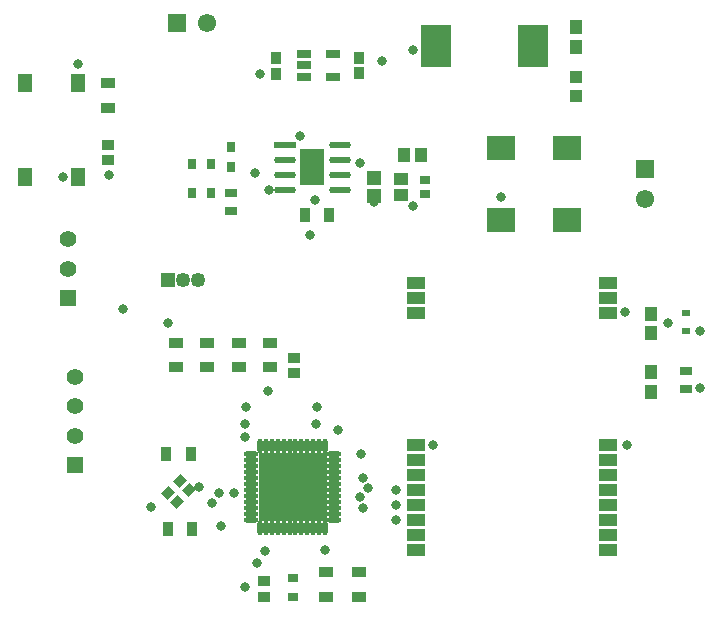
<source format=gts>
%FSTAX23Y23*%
%MOIN*%
%SFA1B1*%

%IPPOS*%
%AMD22*
4,1,4,-0.001400,-0.023600,0.023600,0.001400,0.001400,0.023600,-0.023600,-0.001400,-0.001400,-0.023600,0.0*
%
%AMD29*
4,1,8,0.026200,0.010700,-0.026200,0.010700,-0.036900,0.000000,-0.036900,0.000000,-0.026200,-0.010700,0.026200,-0.010700,0.036900,0.000000,0.036900,0.000000,0.026200,0.010700,0.0*
1,1,0.021346,0.026200,0.000000*
1,1,0.021346,-0.026200,0.000000*
1,1,0.021346,-0.026200,0.000000*
1,1,0.021346,0.026200,0.000000*
%
%ADD16R,0.051181X0.061024*%
%ADD17R,0.043551X0.049405*%
G04~CAMADD=22~9~0.0~0.0~354.3~315.0~0.0~0.0~0~0.0~0.0~0.0~0.0~0~0.0~0.0~0.0~0.0~0~0.0~0.0~0.0~225.0~472.0~471.0*
%ADD22D22*%
%ADD24R,0.047488X0.037646*%
%ADD25R,0.037646X0.047488*%
%ADD26R,0.035433X0.029527*%
%ADD28R,0.073783X0.021342*%
G04~CAMADD=29~8~0.0~0.0~737.8~213.4~106.7~0.0~15~0.0~0.0~0.0~0.0~0~0.0~0.0~0.0~0.0~0~0.0~0.0~0.0~0.0~737.8~213.4*
%ADD29D29*%
%ADD30R,0.041815X0.044685*%
%ADD31R,0.039370X0.029527*%
%ADD33R,0.031496X0.035433*%
%ADD35R,0.031496X0.023622*%
%ADD36R,0.035909X0.041646*%
%ADD39R,0.091732X0.078346*%
%ADD40R,0.029527X0.035433*%
%ADD41R,0.047370X0.031622*%
%ADD42O,0.047370X0.017842*%
%ADD43O,0.017842X0.047370*%
%ADD44R,0.228472X0.228472*%
%ADD45R,0.041464X0.037527*%
%ADD46R,0.063118X0.039496*%
%ADD47R,0.079724X0.122047*%
%ADD48R,0.043433X0.049338*%
%ADD49R,0.102488X0.141858*%
%ADD50R,0.039496X0.031622*%
%ADD51R,0.047370X0.043433*%
%ADD52R,0.049338X0.045401*%
%ADD53R,0.055118X0.055118*%
%ADD54C,0.055118*%
%ADD55C,0.049338*%
%ADD56R,0.049338X0.049338*%
%ADD57R,0.061024X0.061024*%
%ADD58C,0.061024*%
%ADD59R,0.061024X0.061024*%
%ADD60C,0.032016*%
%ADD61C,0.027685*%
%LNswimmingpool-1*%
%LPD*%
G54D16*
X02992Y02473D03*
Y02786D03*
X03169Y02473D03*
Y02786D03*
G54D17*
X0508Y01952D03*
Y02017D03*
Y01757D03*
Y01822D03*
X0483Y02972D03*
Y02907D03*
G54D22*
X03509Y01459D03*
X0347Y0142D03*
X035Y0139D03*
X03539Y01429D03*
G54D24*
X0327Y02704D03*
Y02785D03*
X0381Y01841D03*
Y01921D03*
X03705Y01841D03*
Y01921D03*
X036Y01841D03*
Y01921D03*
X03495Y01841D03*
Y01921D03*
X04105Y01155D03*
Y01074D03*
X03995Y01155D03*
Y01074D03*
G54D25*
X03469Y013D03*
X0355D03*
X03545Y0155D03*
X03464D03*
X04006Y02345D03*
X03925D03*
G54D26*
X03885Y01135D03*
Y01074D03*
X04325Y02463D03*
Y02416D03*
G54D28*
X03859Y0258D03*
G54D29*
X03859Y0253D03*
Y0248D03*
Y0243D03*
X04042D03*
Y0248D03*
Y0253D03*
Y0258D03*
G54D30*
X0483Y02742D03*
Y02807D03*
G54D31*
X0368Y0236D03*
Y02419D03*
G54D33*
X0368Y02506D03*
Y02573D03*
G54D35*
X05195Y01961D03*
Y02018D03*
G54D36*
X04105Y02818D03*
Y02871D03*
X0383Y02816D03*
Y0287D03*
G54D39*
X048Y02331D03*
Y02568D03*
X0458Y02331D03*
Y02568D03*
G54D40*
X0355Y0242D03*
X03611D03*
X0355Y02515D03*
X03611D03*
G54D41*
X04018Y02882D03*
Y02807D03*
X03923D03*
Y02845D03*
Y02882D03*
G54D42*
X03747Y01548D03*
Y01528D03*
Y01508D03*
Y01489D03*
Y01469D03*
Y01449D03*
Y0143D03*
Y0141D03*
Y0139D03*
Y01371D03*
Y01351D03*
Y01331D03*
X04022D03*
Y01351D03*
Y01371D03*
Y0139D03*
Y0141D03*
Y0143D03*
Y01449D03*
Y01469D03*
Y01489D03*
Y01508D03*
Y01528D03*
Y01548D03*
G54D43*
X03776Y01302D03*
X03796D03*
X03816D03*
X03835D03*
X03855D03*
X03875D03*
X03894D03*
X03914D03*
X03934D03*
X03953D03*
X03973D03*
X03993D03*
Y01577D03*
X03973D03*
X03953D03*
X03934D03*
X03914D03*
X03894D03*
X03875D03*
X03855D03*
X03835D03*
X03816D03*
X03796D03*
X03776D03*
G54D44*
X03885Y0144D03*
G54D45*
X0379Y01125D03*
Y01074D03*
X0389Y01819D03*
Y0187D03*
X0327Y02529D03*
Y0258D03*
G54D46*
X04935Y02021D03*
Y02121D03*
Y02071D03*
Y0158D03*
Y0143D03*
Y0153D03*
Y0148D03*
Y0128D03*
Y0138D03*
Y0133D03*
Y0123D03*
X04295Y02021D03*
Y02121D03*
Y02071D03*
Y0158D03*
Y0143D03*
Y0153D03*
Y0148D03*
Y0128D03*
Y0138D03*
Y0133D03*
Y0123D03*
G54D47*
X0395Y02505D03*
G54D48*
X04256Y02545D03*
X04313D03*
G54D49*
X04686Y0291D03*
X04363D03*
G54D50*
X05195Y01767D03*
Y01825D03*
G54D51*
X04245Y02413D03*
Y02466D03*
G54D52*
X04155Y02468D03*
Y02411D03*
G54D53*
X0316Y01512D03*
X03135Y02068D03*
G54D54*
X0316Y0161D03*
Y01709D03*
Y01807D03*
X03135Y02166D03*
Y02265D03*
G54D55*
X0357Y0213D03*
X0352D03*
G54D56*
X0347Y0213D03*
G54D57*
X0506Y02498D03*
G54D58*
X0506Y02399D03*
X03599Y02985D03*
G54D59*
X035Y02985D03*
G54D60*
X0458Y02405D03*
X03725Y01105D03*
X0347Y01985D03*
X04113Y01548D03*
X04353Y01578D03*
X04998D03*
X05243Y01768D03*
Y01958D03*
X04993Y02023D03*
X03118Y02473D03*
X03169Y02848D03*
X03413Y01373D03*
X03573Y01438D03*
X05135Y01985D03*
X03941Y02279D03*
X04285Y02895D03*
X04287Y02376D03*
X04157Y02391D03*
X03807Y02431D03*
X03967Y02546D03*
X04183Y02861D03*
X03272Y02481D03*
X03318Y02034D03*
X03765Y01185D03*
X03647Y01311D03*
X0364Y0142D03*
X03615Y01385D03*
X0369Y0142D03*
X03792Y01226D03*
X03992Y01231D03*
X03727Y01606D03*
X03802Y01761D03*
X04037Y01631D03*
X03962Y01651D03*
X03727D03*
X03965Y01705D03*
X0373D03*
X0411Y01405D03*
X04135Y01435D03*
X0412Y0147D03*
X0423Y0138D03*
Y0143D03*
Y0133D03*
X0412Y0137D03*
X0376Y02485D03*
X0411Y0252D03*
X0391Y0261D03*
X0396Y02395D03*
X03775Y02815D03*
G54D61*
X03798Y01526D03*
X03841D03*
X03885D03*
X03928D03*
X03971D03*
X03798Y01483D03*
X03841D03*
X03885D03*
X03928D03*
X03971D03*
X03798Y0144D03*
X03841D03*
X03885D03*
X03928D03*
X03971D03*
X03798Y01396D03*
X03841D03*
X03885D03*
X03928D03*
X03971D03*
X03798Y01353D03*
X03841D03*
X03885D03*
X03928D03*
X03971D03*
M02*
</source>
